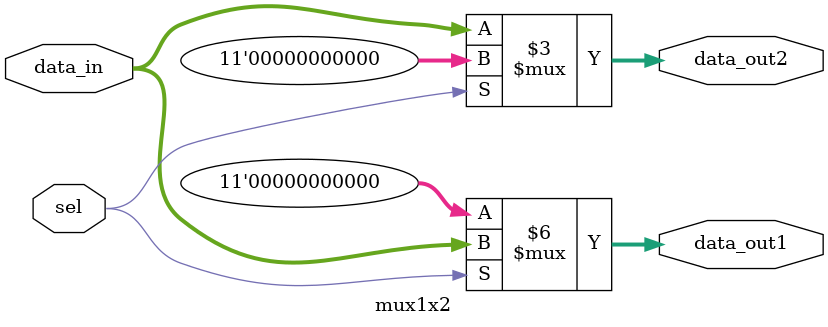
<source format=sv>
`timescale 1ns / 1ps


module mux1x2 (
    input logic signed [10:0] data_in,      //datos provenientes de la memoria
    input logic sel,                        //selector de la saida 
    output logic signed [10:0] data_out1,   //salida hacia el modulo de algoritmos
    output logic signed [10:0] data_out2    //salida para mostrar datos en el display
);

    always_comb begin
        if (sel) begin
            data_out1 = data_in;            //datos para el modulo algoritmos
            data_out2 = 0;                  //salida para el display en 0
        end else begin
            data_out1 = 0;
            data_out2 = data_in;
        end
    end

endmodule
</source>
